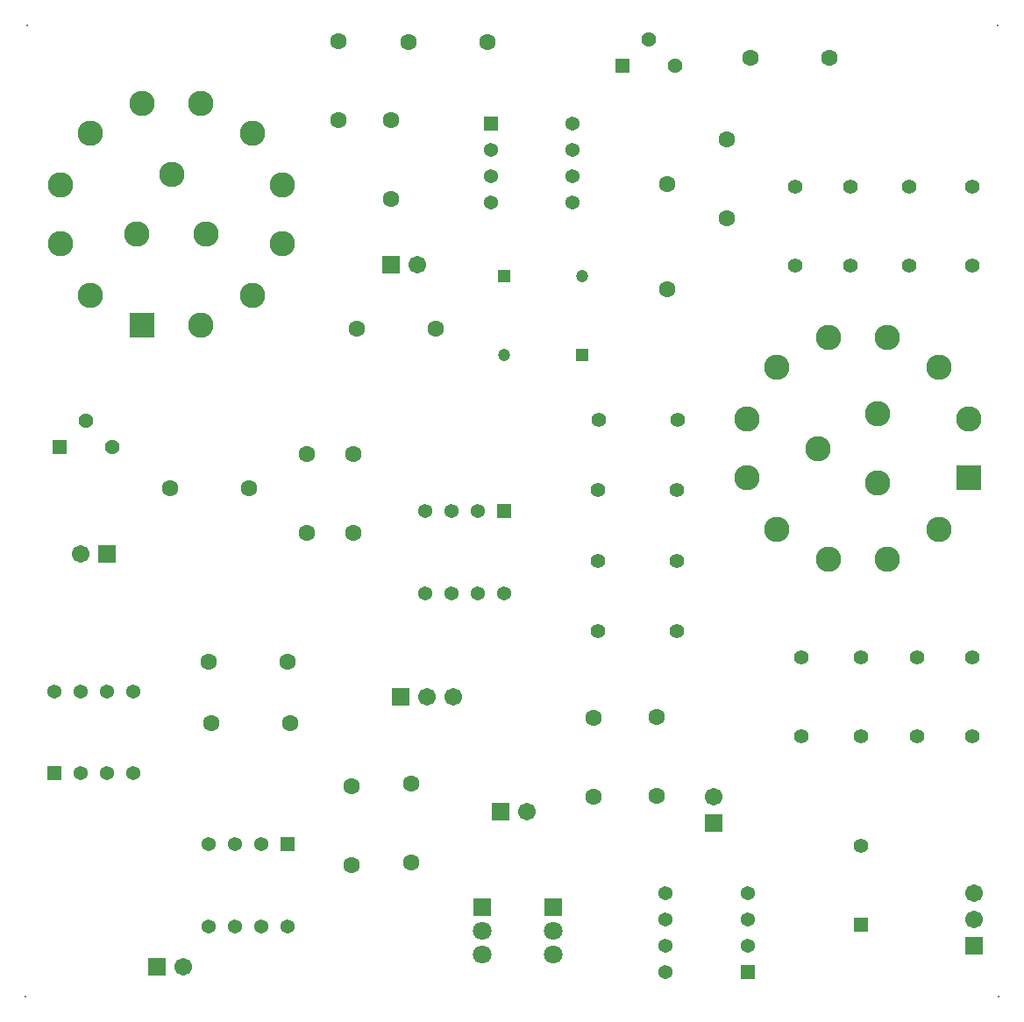
<source format=gbs>
G04*
G04 #@! TF.GenerationSoftware,Altium Limited,Altium Designer,22.4.2 (48)*
G04*
G04 Layer_Color=16711935*
%FSLAX25Y25*%
%MOIN*%
G70*
G04*
G04 #@! TF.SameCoordinates,0208FD7A-64DB-45E4-85D5-A9DD0F7FCACB*
G04*
G04*
G04 #@! TF.FilePolarity,Negative*
G04*
G01*
G75*
%ADD15C,0.00800*%
%ADD16C,0.05367*%
%ADD17R,0.05367X0.05367*%
%ADD18R,0.05367X0.05367*%
%ADD19C,0.09658*%
%ADD20R,0.09658X0.09658*%
%ADD21C,0.06312*%
%ADD22R,0.05524X0.05524*%
%ADD23C,0.05524*%
%ADD24C,0.06706*%
%ADD25R,0.06706X0.06706*%
%ADD26R,0.06706X0.06706*%
%ADD27R,0.07099X0.07099*%
%ADD28C,0.07099*%
%ADD29R,0.09658X0.09658*%
%ADD30C,0.04724*%
%ADD31R,0.04724X0.04724*%
%ADD32C,0.05611*%
%ADD33R,0.05611X0.05611*%
D15*
X12500Y382000D02*
D03*
X12000Y12500D02*
D03*
X382000D02*
D03*
X381500Y382000D02*
D03*
D16*
X188870Y314500D02*
D03*
Y334500D02*
D03*
Y324500D02*
D03*
X220130Y314500D02*
D03*
Y324500D02*
D03*
Y344500D02*
D03*
Y334500D02*
D03*
X184000Y197130D02*
D03*
X174000D02*
D03*
X164000D02*
D03*
Y165870D02*
D03*
X174000D02*
D03*
X184000D02*
D03*
X194000D02*
D03*
X286630Y32000D02*
D03*
Y42000D02*
D03*
Y52000D02*
D03*
X255370D02*
D03*
Y42000D02*
D03*
Y32000D02*
D03*
Y22000D02*
D03*
X101500Y70500D02*
D03*
X91500D02*
D03*
X81500D02*
D03*
Y39240D02*
D03*
X91500D02*
D03*
X101500D02*
D03*
X111500D02*
D03*
X23000Y128630D02*
D03*
X33000D02*
D03*
X43000D02*
D03*
X53000D02*
D03*
Y97370D02*
D03*
X43000D02*
D03*
X33000D02*
D03*
D17*
X188870Y344500D02*
D03*
X286630Y22000D02*
D03*
D18*
X194000Y197130D02*
D03*
X111500Y70500D02*
D03*
X23000Y97370D02*
D03*
D19*
X98406Y340906D02*
D03*
X78799Y352205D02*
D03*
X109705Y321299D02*
D03*
X56201Y352205D02*
D03*
X67500Y325157D02*
D03*
X109705Y298701D02*
D03*
X80626Y302421D02*
D03*
X98406Y279094D02*
D03*
X78799Y267795D02*
D03*
X54374Y302421D02*
D03*
X36594Y340906D02*
D03*
Y279094D02*
D03*
X25295Y321299D02*
D03*
Y298701D02*
D03*
X359406Y190094D02*
D03*
X339799Y178795D02*
D03*
X317201D02*
D03*
X297594Y190094D02*
D03*
X286295Y209701D02*
D03*
Y232299D02*
D03*
X297594Y251906D02*
D03*
X317201Y263205D02*
D03*
X339799D02*
D03*
X359406Y251906D02*
D03*
X370705Y232299D02*
D03*
X336079Y207874D02*
D03*
X313343Y221000D02*
D03*
X336079Y234126D02*
D03*
D20*
X56201Y267795D02*
D03*
D21*
X256000Y321500D02*
D03*
Y281500D02*
D03*
X136500Y189000D02*
D03*
Y219000D02*
D03*
X138000Y266500D02*
D03*
X168000D02*
D03*
X287500Y369500D02*
D03*
X317500D02*
D03*
X252000Y119000D02*
D03*
Y89000D02*
D03*
X67000Y206000D02*
D03*
X97000D02*
D03*
X112500Y116500D02*
D03*
X82500D02*
D03*
X136000Y62500D02*
D03*
Y92500D02*
D03*
X119000Y189000D02*
D03*
Y219000D02*
D03*
X151000Y316000D02*
D03*
Y346000D02*
D03*
X111500Y140000D02*
D03*
X81500D02*
D03*
X187500Y375500D02*
D03*
X157500D02*
D03*
X131000Y376000D02*
D03*
Y346000D02*
D03*
X278500Y338500D02*
D03*
Y308500D02*
D03*
X158500Y63500D02*
D03*
Y93500D02*
D03*
X228000Y118500D02*
D03*
Y88500D02*
D03*
D22*
X329500Y40000D02*
D03*
D23*
Y70000D02*
D03*
X372000Y290500D02*
D03*
Y320500D02*
D03*
Y141500D02*
D03*
Y111500D02*
D03*
X351000Y141500D02*
D03*
Y111500D02*
D03*
X329500Y141500D02*
D03*
Y111500D02*
D03*
X307000Y141500D02*
D03*
Y111500D02*
D03*
X304500Y320500D02*
D03*
Y290500D02*
D03*
X325500Y320500D02*
D03*
Y290500D02*
D03*
X348000Y320500D02*
D03*
Y290500D02*
D03*
X229500Y151500D02*
D03*
X259500D02*
D03*
X229500Y178333D02*
D03*
X259500D02*
D03*
X229500Y205167D02*
D03*
X259500D02*
D03*
X230000Y232000D02*
D03*
X260000D02*
D03*
D24*
X273500Y88500D02*
D03*
X174500Y126500D02*
D03*
X164500D02*
D03*
X202500Y83000D02*
D03*
X33000Y181000D02*
D03*
X372500Y42000D02*
D03*
Y52000D02*
D03*
X72000Y24000D02*
D03*
X161000Y291000D02*
D03*
D25*
X273500Y78500D02*
D03*
X372500Y32000D02*
D03*
D26*
X154500Y126500D02*
D03*
X192500Y83000D02*
D03*
X43000Y181000D02*
D03*
X62000Y24000D02*
D03*
X151000Y291000D02*
D03*
D27*
X185500Y46516D02*
D03*
X212500D02*
D03*
D28*
X185500Y37500D02*
D03*
Y28484D02*
D03*
X212500D02*
D03*
Y37500D02*
D03*
D29*
X370705Y209701D02*
D03*
D30*
X194000Y256488D02*
D03*
X223500Y286512D02*
D03*
D31*
X194000D02*
D03*
X223500Y256488D02*
D03*
D32*
X259000Y366500D02*
D03*
X249000Y376500D02*
D03*
X45000Y221500D02*
D03*
X35000Y231500D02*
D03*
D33*
X239000Y366500D02*
D03*
X25000Y221500D02*
D03*
M02*

</source>
